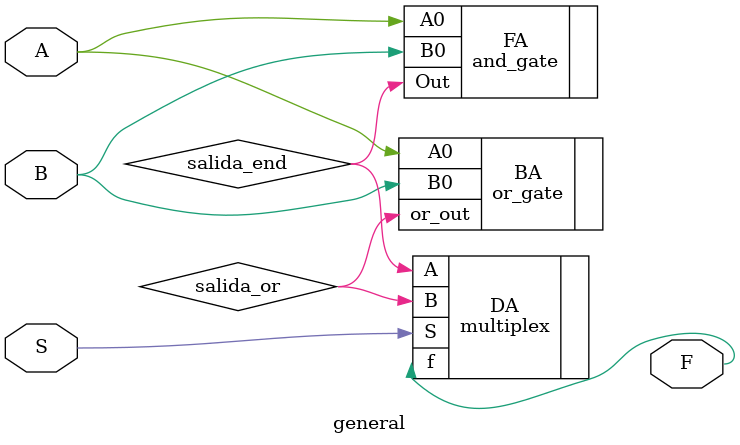
<source format=sv>
module general(A, B, S, F);

	input logic A;
	input logic B;
	input logic S;
	output logic F;
	
	//Cables intermedios entre salida de las compuertas y la entrada del mux.
	logic salida_end;
	logic salida_or;

	
	
	and_gate FA (.A0(A), .B0(B), .Out(salida_end));
	
	or_gate  BA (.A0(A), .B0(B), .or_out(salida_or));
	
	
	multiplex DA (.A(salida_end), .B(salida_or), .S(S), .f(F));
						
	
	
	

endmodule

</source>
